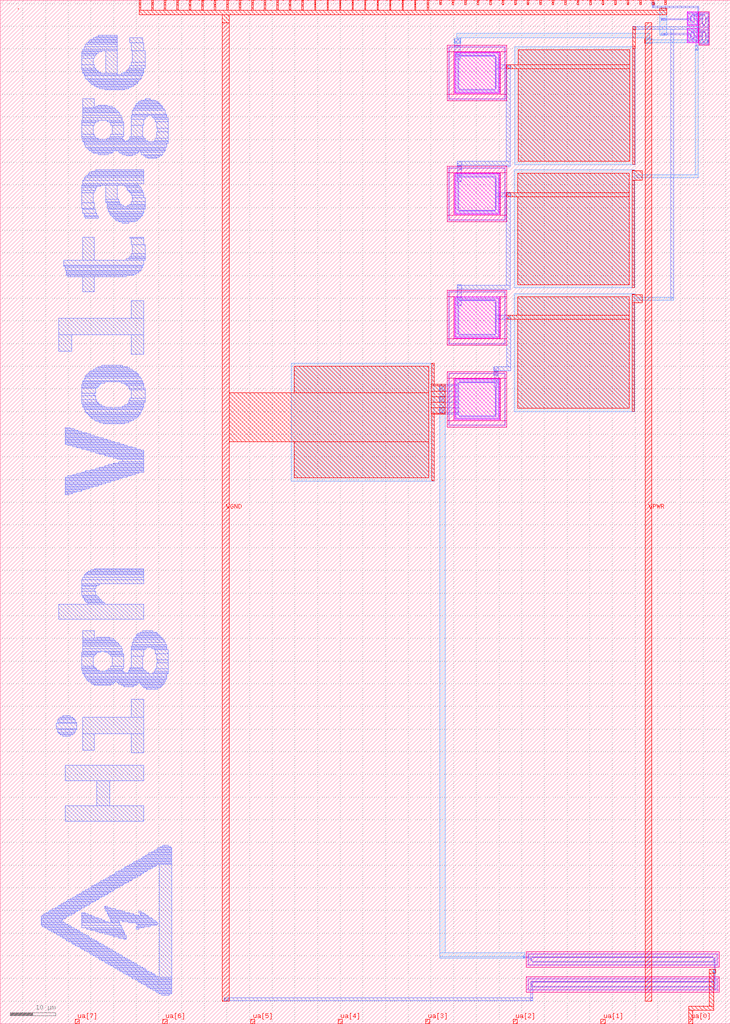
<source format=lef>
VERSION 5.7 ;
  NOWIREEXTENSIONATPIN ON ;
  DIVIDERCHAR "/" ;
  BUSBITCHARS "[]" ;
MACRO tt_um_urish_charge_pump
  CLASS BLOCK ;
  FOREIGN tt_um_urish_charge_pump ;
  ORIGIN 0.000 0.000 ;
  SIZE 161.000 BY 225.760 ;
  PIN clk
    DIRECTION INPUT ;
    USE SIGNAL ;
    ANTENNAGATEAREA 1.125000 ;
    PORT
      LAYER met4 ;
        RECT 143.830 224.760 144.130 225.760 ;
    END
  END clk
  PIN ena
    DIRECTION INPUT ;
    USE SIGNAL ;
    PORT
      LAYER met4 ;
        RECT 146.590 224.760 146.890 225.760 ;
    END
  END ena
  PIN rst_n
    DIRECTION INPUT ;
    USE SIGNAL ;
    PORT
      LAYER met4 ;
        RECT 141.070 224.760 141.370 225.760 ;
    END
  END rst_n
  PIN ua[0]
    DIRECTION INOUT ;
    USE SIGNAL ;
    ANTENNAGATEAREA 16.799999 ;
    ANTENNADIFFAREA 25.804199 ;
    PORT
      LAYER met4 ;
        RECT 151.810 0.000 152.710 1.000 ;
    END
  END ua[0]
  PIN ua[1]
    DIRECTION INOUT ;
    USE SIGNAL ;
    PORT
      LAYER met4 ;
        RECT 132.490 0.000 133.390 1.000 ;
    END
  END ua[1]
  PIN ua[2]
    DIRECTION INOUT ;
    USE SIGNAL ;
    PORT
      LAYER met4 ;
        RECT 113.170 0.000 114.070 1.000 ;
    END
  END ua[2]
  PIN ua[3]
    DIRECTION INOUT ;
    USE SIGNAL ;
    PORT
      LAYER met4 ;
        RECT 93.850 0.000 94.750 1.000 ;
    END
  END ua[3]
  PIN ua[4]
    DIRECTION INOUT ;
    USE SIGNAL ;
    PORT
      LAYER met4 ;
        RECT 74.530 0.000 75.430 1.000 ;
    END
  END ua[4]
  PIN ua[5]
    DIRECTION INOUT ;
    USE SIGNAL ;
    PORT
      LAYER met4 ;
        RECT 55.210 0.000 56.110 1.000 ;
    END
  END ua[5]
  PIN ua[6]
    DIRECTION INOUT ;
    USE SIGNAL ;
    PORT
      LAYER met4 ;
        RECT 35.890 0.000 36.790 1.000 ;
    END
  END ua[6]
  PIN ua[7]
    DIRECTION INOUT ;
    USE SIGNAL ;
    PORT
      LAYER met4 ;
        RECT 16.570 0.000 17.470 1.000 ;
    END
  END ua[7]
  PIN ui_in[0]
    DIRECTION INPUT ;
    USE SIGNAL ;
    PORT
      LAYER met4 ;
        RECT 138.310 224.760 138.610 225.760 ;
    END
  END ui_in[0]
  PIN ui_in[1]
    DIRECTION INPUT ;
    USE SIGNAL ;
    PORT
      LAYER met4 ;
        RECT 135.550 224.760 135.850 225.760 ;
    END
  END ui_in[1]
  PIN ui_in[2]
    DIRECTION INPUT ;
    USE SIGNAL ;
    PORT
      LAYER met4 ;
        RECT 132.790 224.760 133.090 225.760 ;
    END
  END ui_in[2]
  PIN ui_in[3]
    DIRECTION INPUT ;
    USE SIGNAL ;
    PORT
      LAYER met4 ;
        RECT 130.030 224.760 130.330 225.760 ;
    END
  END ui_in[3]
  PIN ui_in[4]
    DIRECTION INPUT ;
    USE SIGNAL ;
    PORT
      LAYER met4 ;
        RECT 127.270 224.760 127.570 225.760 ;
    END
  END ui_in[4]
  PIN ui_in[5]
    DIRECTION INPUT ;
    USE SIGNAL ;
    PORT
      LAYER met4 ;
        RECT 124.510 224.760 124.810 225.760 ;
    END
  END ui_in[5]
  PIN ui_in[6]
    DIRECTION INPUT ;
    USE SIGNAL ;
    PORT
      LAYER met4 ;
        RECT 121.750 224.760 122.050 225.760 ;
    END
  END ui_in[6]
  PIN ui_in[7]
    DIRECTION INPUT ;
    USE SIGNAL ;
    PORT
      LAYER met4 ;
        RECT 118.990 224.760 119.290 225.760 ;
    END
  END ui_in[7]
  PIN uio_in[0]
    DIRECTION INPUT ;
    USE SIGNAL ;
    PORT
      LAYER met4 ;
        RECT 116.230 224.760 116.530 225.760 ;
    END
  END uio_in[0]
  PIN uio_in[1]
    DIRECTION INPUT ;
    USE SIGNAL ;
    PORT
      LAYER met4 ;
        RECT 113.470 224.760 113.770 225.760 ;
    END
  END uio_in[1]
  PIN uio_in[2]
    DIRECTION INPUT ;
    USE SIGNAL ;
    PORT
      LAYER met4 ;
        RECT 110.710 224.760 111.010 225.760 ;
    END
  END uio_in[2]
  PIN uio_in[3]
    DIRECTION INPUT ;
    USE SIGNAL ;
    PORT
      LAYER met4 ;
        RECT 107.950 224.760 108.250 225.760 ;
    END
  END uio_in[3]
  PIN uio_in[4]
    DIRECTION INPUT ;
    USE SIGNAL ;
    PORT
      LAYER met4 ;
        RECT 105.190 224.760 105.490 225.760 ;
    END
  END uio_in[4]
  PIN uio_in[5]
    DIRECTION INPUT ;
    USE SIGNAL ;
    PORT
      LAYER met4 ;
        RECT 102.430 224.760 102.730 225.760 ;
    END
  END uio_in[5]
  PIN uio_in[6]
    DIRECTION INPUT ;
    USE SIGNAL ;
    PORT
      LAYER met4 ;
        RECT 99.670 224.760 99.970 225.760 ;
    END
  END uio_in[6]
  PIN uio_in[7]
    DIRECTION INPUT ;
    USE SIGNAL ;
    PORT
      LAYER met4 ;
        RECT 96.910 224.760 97.210 225.760 ;
    END
  END uio_in[7]
  PIN uio_oe[0]
    DIRECTION OUTPUT ;
    USE SIGNAL ;
    ANTENNAGATEAREA 16.799999 ;
    ANTENNADIFFAREA 3.727800 ;
    PORT
      LAYER met4 ;
        RECT 49.990 224.760 50.290 225.760 ;
    END
  END uio_oe[0]
  PIN uio_oe[1]
    DIRECTION OUTPUT ;
    USE SIGNAL ;
    ANTENNAGATEAREA 16.799999 ;
    ANTENNADIFFAREA 3.727800 ;
    PORT
      LAYER met4 ;
        RECT 47.230 224.760 47.530 225.760 ;
    END
  END uio_oe[1]
  PIN uio_oe[2]
    DIRECTION OUTPUT ;
    USE SIGNAL ;
    ANTENNAGATEAREA 16.799999 ;
    ANTENNADIFFAREA 3.727800 ;
    PORT
      LAYER met4 ;
        RECT 44.470 224.760 44.770 225.760 ;
    END
  END uio_oe[2]
  PIN uio_oe[3]
    DIRECTION OUTPUT ;
    USE SIGNAL ;
    ANTENNAGATEAREA 16.799999 ;
    ANTENNADIFFAREA 3.727800 ;
    PORT
      LAYER met4 ;
        RECT 41.710 224.760 42.010 225.760 ;
    END
  END uio_oe[3]
  PIN uio_oe[4]
    DIRECTION OUTPUT ;
    USE SIGNAL ;
    ANTENNAGATEAREA 16.799999 ;
    ANTENNADIFFAREA 3.727800 ;
    PORT
      LAYER met4 ;
        RECT 38.950 224.760 39.250 225.760 ;
    END
  END uio_oe[4]
  PIN uio_oe[5]
    DIRECTION OUTPUT ;
    USE SIGNAL ;
    ANTENNAGATEAREA 16.799999 ;
    ANTENNADIFFAREA 3.727800 ;
    PORT
      LAYER met4 ;
        RECT 36.190 224.760 36.490 225.760 ;
    END
  END uio_oe[5]
  PIN uio_oe[6]
    DIRECTION OUTPUT ;
    USE SIGNAL ;
    ANTENNAGATEAREA 16.799999 ;
    ANTENNADIFFAREA 3.727800 ;
    PORT
      LAYER met4 ;
        RECT 33.430 224.760 33.730 225.760 ;
    END
  END uio_oe[6]
  PIN uio_oe[7]
    DIRECTION OUTPUT ;
    USE SIGNAL ;
    ANTENNAGATEAREA 16.799999 ;
    ANTENNADIFFAREA 3.727800 ;
    PORT
      LAYER met4 ;
        RECT 30.670 224.760 30.970 225.760 ;
    END
  END uio_oe[7]
  PIN uio_out[0]
    DIRECTION OUTPUT ;
    USE SIGNAL ;
    ANTENNAGATEAREA 16.799999 ;
    ANTENNADIFFAREA 3.727800 ;
    PORT
      LAYER met4 ;
        RECT 72.070 224.760 72.370 225.760 ;
    END
  END uio_out[0]
  PIN uio_out[1]
    DIRECTION OUTPUT ;
    USE SIGNAL ;
    ANTENNAGATEAREA 16.799999 ;
    ANTENNADIFFAREA 3.727800 ;
    PORT
      LAYER met4 ;
        RECT 69.310 224.760 69.610 225.760 ;
    END
  END uio_out[1]
  PIN uio_out[2]
    DIRECTION OUTPUT ;
    USE SIGNAL ;
    ANTENNAGATEAREA 16.799999 ;
    ANTENNADIFFAREA 3.727800 ;
    PORT
      LAYER met4 ;
        RECT 66.550 224.760 66.850 225.760 ;
    END
  END uio_out[2]
  PIN uio_out[3]
    DIRECTION OUTPUT ;
    USE SIGNAL ;
    ANTENNAGATEAREA 16.799999 ;
    ANTENNADIFFAREA 3.727800 ;
    PORT
      LAYER met4 ;
        RECT 63.790 224.760 64.090 225.760 ;
    END
  END uio_out[3]
  PIN uio_out[4]
    DIRECTION OUTPUT ;
    USE SIGNAL ;
    ANTENNAGATEAREA 16.799999 ;
    ANTENNADIFFAREA 3.727800 ;
    PORT
      LAYER met4 ;
        RECT 61.030 224.760 61.330 225.760 ;
    END
  END uio_out[4]
  PIN uio_out[5]
    DIRECTION OUTPUT ;
    USE SIGNAL ;
    ANTENNAGATEAREA 16.799999 ;
    ANTENNADIFFAREA 3.727800 ;
    PORT
      LAYER met4 ;
        RECT 58.270 224.760 58.570 225.760 ;
    END
  END uio_out[5]
  PIN uio_out[6]
    DIRECTION OUTPUT ;
    USE SIGNAL ;
    ANTENNAGATEAREA 16.799999 ;
    ANTENNADIFFAREA 3.727800 ;
    PORT
      LAYER met4 ;
        RECT 55.510 224.760 55.810 225.760 ;
    END
  END uio_out[6]
  PIN uio_out[7]
    DIRECTION OUTPUT ;
    USE SIGNAL ;
    ANTENNAGATEAREA 16.799999 ;
    ANTENNADIFFAREA 3.727800 ;
    PORT
      LAYER met4 ;
        RECT 52.750 224.760 53.050 225.760 ;
    END
  END uio_out[7]
  PIN uo_out[0]
    DIRECTION OUTPUT ;
    USE SIGNAL ;
    ANTENNAGATEAREA 16.799999 ;
    ANTENNADIFFAREA 3.727800 ;
    PORT
      LAYER met4 ;
        RECT 94.150 224.760 94.450 225.760 ;
    END
  END uo_out[0]
  PIN uo_out[1]
    DIRECTION OUTPUT ;
    USE SIGNAL ;
    ANTENNAGATEAREA 16.799999 ;
    ANTENNADIFFAREA 3.727800 ;
    PORT
      LAYER met4 ;
        RECT 91.390 224.760 91.690 225.760 ;
    END
  END uo_out[1]
  PIN uo_out[2]
    DIRECTION OUTPUT ;
    USE SIGNAL ;
    ANTENNAGATEAREA 16.799999 ;
    ANTENNADIFFAREA 3.727800 ;
    PORT
      LAYER met4 ;
        RECT 88.630 224.760 88.930 225.760 ;
    END
  END uo_out[2]
  PIN uo_out[3]
    DIRECTION OUTPUT ;
    USE SIGNAL ;
    ANTENNAGATEAREA 16.799999 ;
    ANTENNADIFFAREA 3.727800 ;
    PORT
      LAYER met4 ;
        RECT 85.870 224.760 86.170 225.760 ;
    END
  END uo_out[3]
  PIN uo_out[4]
    DIRECTION OUTPUT ;
    USE SIGNAL ;
    ANTENNAGATEAREA 16.799999 ;
    ANTENNADIFFAREA 3.727800 ;
    PORT
      LAYER met4 ;
        RECT 83.110 224.760 83.410 225.760 ;
    END
  END uo_out[4]
  PIN uo_out[5]
    DIRECTION OUTPUT ;
    USE SIGNAL ;
    ANTENNAGATEAREA 16.799999 ;
    ANTENNADIFFAREA 3.727800 ;
    PORT
      LAYER met4 ;
        RECT 80.350 224.760 80.650 225.760 ;
    END
  END uo_out[5]
  PIN uo_out[6]
    DIRECTION OUTPUT ;
    USE SIGNAL ;
    ANTENNAGATEAREA 16.799999 ;
    ANTENNADIFFAREA 3.727800 ;
    PORT
      LAYER met4 ;
        RECT 77.590 224.760 77.890 225.760 ;
    END
  END uo_out[6]
  PIN uo_out[7]
    DIRECTION OUTPUT ;
    USE SIGNAL ;
    ANTENNAGATEAREA 16.799999 ;
    ANTENNADIFFAREA 3.727800 ;
    PORT
      LAYER met4 ;
        RECT 74.830 224.760 75.130 225.760 ;
    END
  END uo_out[7]
  PIN VPWR
    DIRECTION INOUT ;
    USE POWER ;
    PORT
      LAYER met4 ;
        RECT 142.200 5.000 143.700 220.760 ;
    END
  END VPWR
  PIN VGND
    DIRECTION INOUT ;
    USE GROUND ;
    PORT
      LAYER met4 ;
        RECT 49.000 5.000 50.500 220.760 ;
    END
  END VGND
  OBS
      LAYER pwell ;
        RECT 151.500 220.100 153.910 223.200 ;
        RECT 151.500 216.410 153.910 219.510 ;
      LAYER nwell ;
        RECT 154.000 215.810 156.410 223.190 ;
        RECT 98.600 214.370 111.700 215.800 ;
        RECT 98.600 205.030 100.030 214.370 ;
      LAYER pwell ;
        RECT 100.200 205.200 110.160 214.300 ;
      LAYER nwell ;
        RECT 110.270 205.030 111.700 214.370 ;
        RECT 98.600 203.600 111.700 205.030 ;
        RECT 98.600 187.670 111.700 189.100 ;
        RECT 98.600 178.330 100.030 187.670 ;
      LAYER pwell ;
        RECT 100.200 178.500 110.160 187.600 ;
      LAYER nwell ;
        RECT 110.270 178.330 111.700 187.670 ;
        RECT 98.600 176.900 111.700 178.330 ;
        RECT 98.600 160.370 111.700 161.800 ;
        RECT 98.600 151.030 100.030 160.370 ;
      LAYER pwell ;
        RECT 100.200 151.200 110.160 160.300 ;
      LAYER nwell ;
        RECT 110.270 151.030 111.700 160.370 ;
        RECT 98.600 149.600 111.700 151.030 ;
        RECT 98.600 142.370 111.700 143.800 ;
        RECT 98.600 133.030 100.030 142.370 ;
      LAYER pwell ;
        RECT 100.200 133.200 110.160 142.300 ;
      LAYER nwell ;
        RECT 110.270 133.030 111.700 142.370 ;
        RECT 98.600 131.600 111.700 133.030 ;
        RECT 116.000 12.480 158.580 15.870 ;
        RECT 116.000 7.000 158.580 10.390 ;
      LAYER li1 ;
        RECT 151.680 222.850 153.730 223.020 ;
        RECT 151.680 220.450 151.850 222.850 ;
        RECT 152.480 222.340 152.930 222.510 ;
        RECT 152.250 221.130 152.420 222.170 ;
        RECT 152.990 221.130 153.160 222.170 ;
        RECT 152.480 220.790 152.930 220.960 ;
        RECT 153.560 220.450 153.730 222.850 ;
        RECT 151.680 220.280 153.730 220.450 ;
        RECT 154.180 222.840 156.230 223.010 ;
        RECT 154.180 219.850 154.350 222.840 ;
        RECT 154.980 222.330 155.430 222.500 ;
        RECT 154.750 220.575 154.920 222.115 ;
        RECT 155.490 220.575 155.660 222.115 ;
        RECT 154.980 220.190 155.430 220.360 ;
        RECT 156.060 219.850 156.230 222.840 ;
        RECT 154.180 219.680 156.230 219.850 ;
        RECT 151.680 219.160 153.730 219.330 ;
        RECT 151.680 216.760 151.850 219.160 ;
        RECT 152.480 218.650 152.930 218.820 ;
        RECT 152.250 217.440 152.420 218.480 ;
        RECT 152.990 217.440 153.160 218.480 ;
        RECT 152.480 217.100 152.930 217.270 ;
        RECT 153.560 216.760 153.730 219.160 ;
        RECT 151.680 216.590 153.730 216.760 ;
        RECT 154.180 219.150 156.230 219.320 ;
        RECT 154.180 216.160 154.350 219.150 ;
        RECT 154.980 218.640 155.430 218.810 ;
        RECT 154.750 216.885 154.920 218.425 ;
        RECT 155.490 216.885 155.660 218.425 ;
        RECT 154.980 216.500 155.430 216.670 ;
        RECT 156.060 216.160 156.230 219.150 ;
        RECT 154.180 215.990 156.230 216.160 ;
        RECT 100.200 215.515 101.400 215.700 ;
        RECT 98.885 215.345 111.415 215.515 ;
        RECT 98.885 204.055 99.055 215.345 ;
        RECT 100.800 214.120 101.400 214.200 ;
        RECT 100.380 213.950 109.980 214.120 ;
        RECT 100.380 205.550 100.550 213.950 ;
        RECT 100.800 213.900 101.400 213.950 ;
        RECT 101.180 213.440 109.180 213.610 ;
        RECT 100.950 206.230 101.120 213.270 ;
        RECT 109.240 206.230 109.410 213.270 ;
        RECT 101.180 205.890 109.180 206.060 ;
        RECT 109.810 205.550 109.980 213.950 ;
        RECT 100.380 205.380 109.980 205.550 ;
        RECT 111.245 204.055 111.415 215.345 ;
        RECT 98.885 203.885 111.415 204.055 ;
        RECT 100.800 188.815 101.700 189.000 ;
        RECT 98.885 188.645 111.415 188.815 ;
        RECT 98.885 177.355 99.055 188.645 ;
        RECT 100.800 188.400 101.700 188.645 ;
        RECT 100.800 187.420 101.700 187.500 ;
        RECT 100.380 187.250 109.980 187.420 ;
        RECT 100.380 178.850 100.550 187.250 ;
        RECT 100.800 187.200 101.700 187.250 ;
        RECT 101.180 186.740 109.180 186.910 ;
        RECT 100.950 179.530 101.120 186.570 ;
        RECT 109.240 179.530 109.410 186.570 ;
        RECT 101.180 179.190 109.180 179.360 ;
        RECT 109.810 178.850 109.980 187.250 ;
        RECT 100.380 178.680 109.980 178.850 ;
        RECT 111.245 177.355 111.415 188.645 ;
        RECT 98.885 177.185 111.415 177.355 ;
        RECT 98.885 161.345 111.415 161.515 ;
        RECT 98.885 150.055 99.055 161.345 ;
        RECT 100.800 160.120 101.700 160.200 ;
        RECT 100.380 159.950 109.980 160.120 ;
        RECT 100.380 151.550 100.550 159.950 ;
        RECT 100.800 159.900 101.700 159.950 ;
        RECT 101.180 159.440 109.180 159.610 ;
        RECT 100.950 152.230 101.120 159.270 ;
        RECT 109.240 152.230 109.410 159.270 ;
        RECT 101.180 151.890 109.180 152.060 ;
        RECT 109.810 151.550 109.980 159.950 ;
        RECT 100.380 151.380 109.980 151.550 ;
        RECT 111.245 150.055 111.415 161.345 ;
        RECT 98.885 149.885 111.415 150.055 ;
        RECT 108.900 143.515 109.800 143.700 ;
        RECT 98.885 143.345 111.415 143.515 ;
        RECT 98.885 132.055 99.055 143.345 ;
        RECT 108.900 143.100 109.800 143.345 ;
        RECT 108.900 142.120 109.500 142.200 ;
        RECT 100.380 141.950 109.980 142.120 ;
        RECT 100.380 133.550 100.550 141.950 ;
        RECT 108.900 141.900 109.500 141.950 ;
        RECT 101.180 141.440 109.180 141.610 ;
        RECT 100.950 134.230 101.120 141.270 ;
        RECT 109.240 134.230 109.410 141.270 ;
        RECT 101.180 133.890 109.180 134.060 ;
        RECT 109.810 133.550 109.980 141.950 ;
        RECT 100.380 133.380 109.980 133.550 ;
        RECT 111.245 132.055 111.415 143.345 ;
        RECT 98.885 131.885 111.415 132.055 ;
        RECT 116.390 15.310 158.190 15.480 ;
        RECT 116.390 14.740 116.560 15.310 ;
        RECT 116.380 14.510 116.560 14.740 ;
        RECT 117.290 14.620 157.290 14.790 ;
        RECT 116.390 13.040 116.560 14.510 ;
        RECT 117.060 13.945 117.230 14.405 ;
        RECT 157.350 13.945 157.520 14.405 ;
        RECT 117.290 13.560 157.290 13.730 ;
        RECT 158.020 13.040 158.190 15.310 ;
        RECT 116.390 12.870 158.190 13.040 ;
        RECT 116.390 9.830 158.190 10.000 ;
        RECT 116.390 7.560 116.560 9.830 ;
        RECT 117.290 9.140 157.290 9.310 ;
        RECT 117.060 8.465 117.230 8.925 ;
        RECT 157.350 8.465 157.520 8.925 ;
        RECT 117.290 8.080 157.290 8.250 ;
        RECT 158.020 7.560 158.190 9.830 ;
        RECT 116.390 7.390 158.190 7.560 ;
      LAYER met1 ;
        RECT 152.500 222.530 155.400 222.600 ;
        RECT 152.500 222.300 155.410 222.530 ;
        RECT 151.650 221.700 151.880 221.760 ;
        RECT 152.220 221.700 152.450 222.150 ;
        RECT 152.960 221.800 153.190 222.150 ;
        RECT 154.720 221.800 154.950 222.095 ;
        RECT 155.460 221.800 155.690 222.095 ;
        RECT 156.000 221.800 156.300 222.600 ;
        RECT 145.750 221.400 152.450 221.700 ;
        RECT 152.900 221.500 155.000 221.800 ;
        RECT 155.460 221.500 156.300 221.800 ;
        RECT 151.650 221.340 151.880 221.400 ;
        RECT 152.220 221.150 152.450 221.400 ;
        RECT 152.960 221.150 153.190 221.500 ;
        RECT 152.500 220.760 152.910 220.990 ;
        RECT 153.800 219.900 154.100 221.500 ;
        RECT 154.720 220.595 154.950 221.500 ;
        RECT 155.460 220.595 155.690 221.500 ;
        RECT 155.000 220.160 155.410 220.390 ;
        RECT 153.750 219.600 154.150 219.900 ;
        RECT 153.800 218.900 154.100 219.600 ;
        RECT 152.400 218.600 155.500 218.900 ;
        RECT 151.650 218.400 151.880 218.460 ;
        RECT 152.220 218.400 152.450 218.460 ;
        RECT 145.750 218.100 152.450 218.400 ;
        RECT 151.650 218.040 151.880 218.100 ;
        RECT 152.220 217.460 152.450 218.100 ;
        RECT 152.960 218.000 153.190 218.460 ;
        RECT 154.720 218.000 154.950 218.405 ;
        RECT 152.960 217.700 154.950 218.000 ;
        RECT 152.960 217.460 153.190 217.700 ;
        RECT 100.150 216.300 101.450 217.200 ;
        RECT 152.500 217.070 152.910 217.300 ;
        RECT 100.200 215.730 101.400 216.300 ;
        RECT 100.140 215.370 101.460 215.730 ;
        RECT 153.400 215.700 153.700 217.700 ;
        RECT 154.720 216.905 154.950 217.700 ;
        RECT 155.460 218.000 155.690 218.405 ;
        RECT 156.000 218.000 156.300 221.500 ;
        RECT 155.460 217.700 156.300 218.000 ;
        RECT 155.460 216.905 155.690 217.700 ;
        RECT 156.000 217.000 156.300 217.700 ;
        RECT 155.000 216.470 155.410 216.700 ;
        RECT 155.950 216.400 156.350 217.000 ;
        RECT 100.200 214.230 101.400 215.370 ;
        RECT 153.250 214.800 153.950 215.700 ;
        RECT 100.200 213.870 101.460 214.230 ;
        RECT 100.200 213.640 101.400 213.870 ;
        RECT 100.200 213.410 109.160 213.640 ;
        RECT 100.200 212.700 101.400 213.410 ;
        RECT 100.920 206.250 101.150 212.700 ;
        RECT 109.210 211.500 109.440 213.250 ;
        RECT 109.200 210.600 112.550 211.500 ;
        RECT 109.210 206.250 109.440 210.600 ;
        RECT 101.200 205.860 109.160 206.090 ;
        RECT 100.750 189.300 101.750 190.200 ;
        RECT 100.800 189.030 101.700 189.300 ;
        RECT 100.740 188.370 101.760 189.030 ;
        RECT 100.800 187.530 101.700 188.370 ;
        RECT 100.740 187.170 101.760 187.530 ;
        RECT 100.800 186.940 101.700 187.170 ;
        RECT 100.800 186.710 109.160 186.940 ;
        RECT 100.800 185.700 101.700 186.710 ;
        RECT 100.920 179.550 101.150 185.700 ;
        RECT 109.210 183.300 109.440 186.550 ;
        RECT 109.200 182.400 112.550 183.300 ;
        RECT 109.210 179.550 109.440 182.400 ;
        RECT 101.200 179.160 109.160 179.390 ;
        RECT 100.750 162.000 101.750 162.900 ;
        RECT 100.800 160.230 101.700 162.000 ;
        RECT 100.740 159.870 101.760 160.230 ;
        RECT 100.800 159.640 101.700 159.870 ;
        RECT 100.800 159.410 109.160 159.640 ;
        RECT 100.800 158.400 101.700 159.410 ;
        RECT 100.920 152.250 101.150 158.400 ;
        RECT 109.210 156.300 109.440 159.250 ;
        RECT 109.200 155.400 112.570 156.300 ;
        RECT 109.210 152.250 109.440 155.400 ;
        RECT 101.200 151.860 109.160 152.090 ;
        RECT 108.850 144.000 109.850 144.900 ;
        RECT 108.900 143.730 109.800 144.000 ;
        RECT 108.840 143.070 109.860 143.730 ;
        RECT 108.900 142.230 109.800 143.070 ;
        RECT 108.840 141.870 109.800 142.230 ;
        RECT 108.900 141.640 109.800 141.870 ;
        RECT 101.200 141.410 109.800 141.640 ;
        RECT 100.920 141.000 101.150 141.250 ;
        RECT 96.900 140.700 101.150 141.000 ;
        RECT 96.850 139.500 101.150 140.700 ;
        RECT 108.900 140.400 109.800 141.410 ;
        RECT 96.900 138.300 101.150 139.500 ;
        RECT 96.850 137.100 101.150 138.300 ;
        RECT 96.900 135.900 101.150 137.100 ;
        RECT 96.850 134.700 101.150 135.900 ;
        RECT 96.900 134.400 101.150 134.700 ;
        RECT 100.920 134.250 101.150 134.400 ;
        RECT 109.210 134.250 109.440 140.400 ;
        RECT 101.200 133.860 109.160 134.090 ;
        RECT 115.300 14.740 115.680 14.800 ;
        RECT 116.350 14.740 116.590 14.800 ;
        RECT 115.300 14.510 117.145 14.740 ;
        RECT 117.310 14.590 157.270 14.820 ;
        RECT 115.300 14.490 115.680 14.510 ;
        RECT 116.350 14.450 116.590 14.510 ;
        RECT 116.915 14.385 117.145 14.510 ;
        RECT 157.450 14.385 157.650 14.510 ;
        RECT 116.915 13.965 117.260 14.385 ;
        RECT 157.320 13.965 157.650 14.385 ;
        RECT 157.450 13.760 157.650 13.965 ;
        RECT 117.310 13.530 157.650 13.760 ;
        RECT 157.450 11.960 157.650 13.530 ;
        RECT 157.300 11.230 157.740 11.960 ;
        RECT 157.450 10.030 157.650 11.230 ;
        RECT 157.390 9.800 157.710 10.030 ;
        RECT 117.310 9.320 157.270 9.340 ;
        RECT 116.970 9.110 157.270 9.320 ;
        RECT 116.970 8.280 117.480 9.110 ;
        RECT 157.450 8.905 157.650 9.800 ;
        RECT 157.320 8.485 157.650 8.905 ;
        RECT 116.970 8.050 157.270 8.280 ;
        RECT 116.970 5.660 117.480 8.050 ;
        RECT 157.450 7.590 157.650 8.485 ;
        RECT 157.390 7.360 157.710 7.590 ;
        RECT 116.970 5.160 117.490 5.660 ;
        RECT 116.970 5.100 117.480 5.160 ;
      LAYER met2 ;
        RECT 143.750 224.660 144.250 225.260 ;
        RECT 143.850 224.410 144.150 224.660 ;
        RECT 143.850 224.110 154.100 224.410 ;
        RECT 153.800 222.250 154.100 224.110 ;
        RECT 145.800 221.350 146.700 221.750 ;
        RECT 139.500 219.900 140.100 219.950 ;
        RECT 153.800 219.900 154.100 219.950 ;
        RECT 139.500 219.300 154.200 219.900 ;
        RECT 139.500 219.250 140.100 219.300 ;
        RECT 145.800 218.050 146.700 218.450 ;
        RECT 21.600 217.710 25.800 217.990 ;
        RECT 21.040 217.430 25.800 217.710 ;
        RECT 20.480 217.150 25.800 217.430 ;
        RECT 19.920 216.870 25.800 217.150 ;
        RECT 19.640 216.590 25.800 216.870 ;
        RECT 19.360 216.310 25.800 216.590 ;
        RECT 28.600 216.310 31.400 217.430 ;
        RECT 19.080 216.030 25.800 216.310 ;
        RECT 18.800 215.470 25.800 216.030 ;
        RECT 18.520 214.910 25.800 215.470 ;
        RECT 18.240 214.630 25.800 214.910 ;
        RECT 28.880 214.630 31.680 216.310 ;
        RECT 100.200 216.250 101.400 217.250 ;
        RECT 18.240 214.350 22.440 214.630 ;
        RECT 17.960 214.070 21.600 214.350 ;
        RECT 17.960 213.790 21.320 214.070 ;
        RECT 17.960 213.510 21.040 213.790 ;
        RECT 17.960 212.950 20.760 213.510 ;
        RECT 17.960 211.550 20.480 212.950 ;
        RECT 17.960 210.710 20.760 211.550 ;
        RECT 17.960 210.430 21.040 210.710 ;
        RECT 18.240 210.150 21.320 210.430 ;
        RECT 18.240 209.870 21.600 210.150 ;
        RECT 18.240 209.590 22.160 209.870 ;
        RECT 23.280 209.590 25.800 214.630 ;
        RECT 29.160 212.110 31.960 214.630 ;
        RECT 28.880 211.270 31.960 212.110 ;
        RECT 28.600 210.710 31.960 211.270 ;
        RECT 28.320 210.430 31.680 210.710 ;
        RECT 28.040 210.150 31.680 210.430 ;
        RECT 27.760 209.870 31.680 210.150 ;
        RECT 27.200 209.590 31.680 209.870 ;
        RECT 18.520 209.310 25.800 209.590 ;
        RECT 26.640 209.310 31.400 209.590 ;
        RECT 18.520 209.030 31.400 209.310 ;
        RECT 18.800 208.470 31.120 209.030 ;
        RECT 19.080 208.190 30.840 208.470 ;
        RECT 19.360 207.910 30.560 208.190 ;
        RECT 19.640 207.630 30.280 207.910 ;
        RECT 19.920 207.350 30.280 207.630 ;
        RECT 20.200 207.070 29.720 207.350 ;
        RECT 20.760 206.790 29.440 207.070 ;
        RECT 21.320 206.510 28.880 206.790 ;
        RECT 21.880 206.230 28.320 206.510 ;
        RECT 23.000 205.950 27.480 206.230 ;
        RECT 18.240 202.030 20.760 203.990 ;
        RECT 31.960 203.710 33.080 203.990 ;
        RECT 31.120 203.430 34.200 203.710 ;
        RECT 30.560 203.150 34.760 203.430 ;
        RECT 30.280 202.870 35.040 203.150 ;
        RECT 30.000 202.590 35.320 202.870 ;
        RECT 21.600 202.310 23.560 202.590 ;
        RECT 29.720 202.310 35.600 202.590 ;
        RECT 21.040 202.030 24.680 202.310 ;
        RECT 29.720 202.030 35.880 202.310 ;
        RECT 18.240 201.750 25.240 202.030 ;
        RECT 29.440 201.750 35.880 202.030 ;
        RECT 18.240 201.470 25.520 201.750 ;
        RECT 29.440 201.470 36.160 201.750 ;
        RECT 18.240 201.190 25.800 201.470 ;
        RECT 18.240 200.910 26.080 201.190 ;
        RECT 18.240 200.350 26.360 200.910 ;
        RECT 29.160 200.630 36.440 201.470 ;
        RECT 29.160 200.350 36.720 200.630 ;
        RECT 18.240 199.790 26.640 200.350 ;
        RECT 28.880 200.070 32.520 200.350 ;
        RECT 33.360 200.070 36.720 200.350 ;
        RECT 18.240 199.230 26.920 199.790 ;
        RECT 17.960 198.950 21.600 199.230 ;
        RECT 23.560 198.950 26.920 199.230 ;
        RECT 28.880 199.510 31.960 200.070 ;
        RECT 33.640 199.790 36.720 200.070 ;
        RECT 33.920 199.510 37.000 199.790 ;
        RECT 17.960 198.670 21.040 198.950 ;
        RECT 24.120 198.670 27.200 198.950 ;
        RECT 17.960 198.110 20.760 198.670 ;
        RECT 24.400 198.110 27.200 198.670 ;
        RECT 17.960 196.150 20.480 198.110 ;
        RECT 24.680 196.150 27.200 198.110 ;
        RECT 17.960 195.590 20.760 196.150 ;
        RECT 24.400 195.590 27.200 196.150 ;
        RECT 28.880 198.110 31.680 199.510 ;
        RECT 34.200 198.950 37.000 199.510 ;
        RECT 28.880 195.590 31.400 198.110 ;
        RECT 34.480 197.550 37.000 198.950 ;
        RECT 34.760 196.710 37.000 197.550 ;
        RECT 17.960 195.310 21.040 195.590 ;
        RECT 24.120 195.310 26.920 195.590 ;
        RECT 18.240 195.030 21.600 195.310 ;
        RECT 23.560 195.030 26.920 195.310 ;
        RECT 28.600 195.310 31.680 195.590 ;
        RECT 34.480 195.310 37.000 196.710 ;
        RECT 28.600 195.030 31.960 195.310 ;
        RECT 18.240 194.750 27.200 195.030 ;
        RECT 28.320 194.750 31.960 195.030 ;
        RECT 34.200 194.750 37.000 195.310 ;
        RECT 18.240 194.470 27.480 194.750 ;
        RECT 27.760 194.470 32.520 194.750 ;
        RECT 33.920 194.470 37.000 194.750 ;
        RECT 18.520 194.190 37.000 194.470 ;
        RECT 18.520 193.910 36.720 194.190 ;
        RECT 18.800 193.350 36.720 193.910 ;
        RECT 19.080 193.070 36.440 193.350 ;
        RECT 19.360 192.790 36.440 193.070 ;
        RECT 19.640 192.510 36.440 192.790 ;
        RECT 20.200 192.230 24.960 192.510 ;
        RECT 26.080 192.230 30.560 192.510 ;
        RECT 30.840 192.230 36.160 192.510 ;
        RECT 20.480 191.950 24.680 192.230 ;
        RECT 26.360 191.950 30.280 192.230 ;
        RECT 21.600 191.670 23.840 191.950 ;
        RECT 26.920 191.670 29.720 191.950 ;
        RECT 31.120 191.670 35.880 192.230 ;
        RECT 27.760 191.390 29.160 191.670 ;
        RECT 31.680 191.390 35.600 191.670 ;
        RECT 31.960 191.110 35.040 191.390 ;
        RECT 32.520 190.830 34.480 191.110 ;
        RECT 100.800 190.200 101.700 190.250 ;
        RECT 111.600 190.200 112.500 211.550 ;
        RECT 100.800 189.300 112.500 190.200 ;
        RECT 100.800 189.250 101.700 189.300 ;
        RECT 111.600 189.000 112.500 189.300 ;
        RECT 21.040 188.030 31.680 188.310 ;
        RECT 20.200 187.750 31.680 188.030 ;
        RECT 19.640 187.470 31.680 187.750 ;
        RECT 19.360 187.190 31.680 187.470 ;
        RECT 19.080 186.910 31.680 187.190 ;
        RECT 18.800 186.630 31.680 186.910 ;
        RECT 18.520 186.070 31.680 186.630 ;
        RECT 18.240 185.230 31.680 186.070 ;
        RECT 18.240 184.950 30.280 185.230 ;
        RECT 17.960 184.670 22.160 184.950 ;
        RECT 17.960 184.390 21.320 184.670 ;
        RECT 17.960 183.830 21.040 184.390 ;
        RECT 17.960 183.270 20.760 183.830 ;
        RECT 17.960 181.030 20.480 183.270 ;
        RECT 23.280 181.870 25.800 184.950 ;
        RECT 27.480 184.670 30.560 184.950 ;
        RECT 27.760 184.390 30.840 184.670 ;
        RECT 28.040 183.830 31.120 184.390 ;
        RECT 28.320 183.550 31.400 183.830 ;
        RECT 28.600 183.270 31.400 183.550 ;
        RECT 28.880 182.710 31.680 183.270 ;
        RECT 29.160 182.150 31.680 182.710 ;
        RECT 23.280 181.310 26.080 181.870 ;
        RECT 29.160 181.310 31.960 182.150 ;
        RECT 23.280 181.030 26.360 181.310 ;
        RECT 17.960 179.910 20.760 181.030 ;
        RECT 23.560 180.750 26.360 181.030 ;
        RECT 28.880 180.750 31.960 181.310 ;
        RECT 23.560 180.470 26.640 180.750 ;
        RECT 28.600 180.470 31.960 180.750 ;
        RECT 23.560 180.190 27.200 180.470 ;
        RECT 28.040 180.190 31.960 180.470 ;
        RECT 23.560 179.910 31.960 180.190 ;
        RECT 18.240 179.630 20.760 179.910 ;
        RECT 23.840 179.630 31.960 179.910 ;
        RECT 18.240 178.790 21.040 179.630 ;
        RECT 23.840 179.070 31.680 179.630 ;
        RECT 24.120 178.790 31.680 179.070 ;
        RECT 18.520 178.230 21.320 178.790 ;
        RECT 24.120 178.510 31.400 178.790 ;
        RECT 24.400 178.230 31.400 178.510 ;
        RECT 18.520 177.950 21.600 178.230 ;
        RECT 24.680 177.950 31.120 178.230 ;
        RECT 18.800 177.670 21.600 177.950 ;
        RECT 24.960 177.670 30.840 177.950 ;
        RECT 25.240 177.390 30.560 177.670 ;
        RECT 25.520 177.110 30.280 177.390 ;
        RECT 26.080 176.830 29.720 177.110 ;
        RECT 26.920 176.550 28.320 176.830 ;
        RECT 18.240 168.430 20.760 173.470 ;
        RECT 28.600 173.190 31.680 173.470 ;
        RECT 28.880 171.790 31.680 173.190 ;
        RECT 29.160 169.830 31.960 171.790 ;
        RECT 28.880 169.270 31.960 169.830 ;
        RECT 28.600 168.990 31.960 169.270 ;
        RECT 28.320 168.710 31.960 168.990 ;
        RECT 27.760 168.430 31.960 168.710 ;
        RECT 14.040 167.310 31.680 168.430 ;
        RECT 14.040 167.030 31.400 167.310 ;
        RECT 14.320 166.750 31.400 167.030 ;
        RECT 14.320 166.190 31.120 166.750 ;
        RECT 14.600 165.910 30.840 166.190 ;
        RECT 14.600 165.630 30.560 165.910 ;
        RECT 14.600 165.350 30.000 165.630 ;
        RECT 14.600 165.070 29.440 165.350 ;
        RECT 14.880 164.790 27.760 165.070 ;
        RECT 18.240 161.430 20.760 164.790 ;
        RECT 100.800 162.900 101.700 162.950 ;
        RECT 111.600 162.900 112.500 183.350 ;
        RECT 100.800 162.000 112.500 162.900 ;
        RECT 100.800 161.950 101.700 162.000 ;
        RECT 147.900 159.550 148.500 219.300 ;
        RECT 156.000 216.350 156.300 217.050 ;
        RECT 153.300 214.750 153.900 215.750 ;
        RECT 28.880 155.550 31.680 159.470 ;
        RECT 12.920 151.910 31.680 155.550 ;
        RECT 12.920 148.270 15.720 151.910 ;
        RECT 28.880 147.710 31.680 151.910 ;
        RECT 22.440 144.910 26.920 145.190 ;
        RECT 21.600 144.630 28.040 144.910 ;
        RECT 108.900 144.900 109.800 144.950 ;
        RECT 111.680 144.900 112.580 156.280 ;
        RECT 21.040 144.350 28.600 144.630 ;
        RECT 20.480 144.070 29.160 144.350 ;
        RECT 19.920 143.790 29.440 144.070 ;
        RECT 108.900 144.000 112.580 144.900 ;
        RECT 108.900 143.950 109.800 144.000 ;
        RECT 19.640 143.510 30.000 143.790 ;
        RECT 19.360 143.230 30.280 143.510 ;
        RECT 19.080 142.950 30.560 143.230 ;
        RECT 18.800 142.670 30.560 142.950 ;
        RECT 18.800 142.390 30.840 142.670 ;
        RECT 18.520 141.830 31.120 142.390 ;
        RECT 18.240 141.550 31.400 141.830 ;
        RECT 18.240 141.270 23.000 141.550 ;
        RECT 26.640 141.270 31.400 141.550 ;
        RECT 18.240 140.990 22.160 141.270 ;
        RECT 27.480 140.990 31.680 141.270 ;
        RECT 17.960 140.710 21.880 140.990 ;
        RECT 27.760 140.710 31.680 140.990 ;
        RECT 17.960 140.430 21.600 140.710 ;
        RECT 17.960 140.150 21.320 140.430 ;
        RECT 28.320 140.150 31.680 140.710 ;
        RECT 17.960 139.030 21.040 140.150 ;
        RECT 28.600 139.870 31.960 140.150 ;
        RECT 17.960 138.470 20.760 139.030 ;
        RECT 17.960 137.630 21.040 138.470 ;
        RECT 28.880 137.910 31.960 139.870 ;
        RECT 96.900 139.450 98.100 140.750 ;
        RECT 17.960 137.070 21.320 137.630 ;
        RECT 28.600 137.350 31.960 137.910 ;
        RECT 28.320 137.070 31.960 137.350 ;
        RECT 17.960 136.790 21.600 137.070 ;
        RECT 28.320 136.790 31.680 137.070 ;
        RECT 96.900 137.050 98.100 138.350 ;
        RECT 18.240 136.510 21.880 136.790 ;
        RECT 28.040 136.510 31.680 136.790 ;
        RECT 18.240 136.230 22.440 136.510 ;
        RECT 27.480 136.230 31.680 136.510 ;
        RECT 18.240 135.950 23.000 136.230 ;
        RECT 26.920 135.950 31.680 136.230 ;
        RECT 18.520 135.670 24.680 135.950 ;
        RECT 25.240 135.670 31.400 135.950 ;
        RECT 18.520 135.390 31.400 135.670 ;
        RECT 18.800 134.830 31.120 135.390 ;
        RECT 19.080 134.550 30.840 134.830 ;
        RECT 96.900 134.650 98.100 135.950 ;
        RECT 19.360 134.270 30.840 134.550 ;
        RECT 19.640 133.990 30.560 134.270 ;
        RECT 19.920 133.710 30.280 133.990 ;
        RECT 20.200 133.430 30.000 133.710 ;
        RECT 20.760 133.150 29.440 133.430 ;
        RECT 21.040 132.870 28.880 133.150 ;
        RECT 21.880 132.590 28.320 132.870 ;
        RECT 22.720 132.310 27.480 132.590 ;
        RECT 14.320 131.190 15.440 131.470 ;
        RECT 14.320 130.910 16.280 131.190 ;
        RECT 14.320 130.630 17.120 130.910 ;
        RECT 14.320 130.350 17.960 130.630 ;
        RECT 14.320 130.070 19.080 130.350 ;
        RECT 14.320 129.790 19.920 130.070 ;
        RECT 14.320 129.510 20.760 129.790 ;
        RECT 14.320 129.230 21.600 129.510 ;
        RECT 14.320 128.950 22.720 129.230 ;
        RECT 14.320 128.670 23.560 128.950 ;
        RECT 14.320 128.390 24.400 128.670 ;
        RECT 14.320 128.110 25.240 128.390 ;
        RECT 14.320 127.830 26.360 128.110 ;
        RECT 14.880 127.550 27.200 127.830 ;
        RECT 16.000 127.270 28.040 127.550 ;
        RECT 16.840 126.990 29.160 127.270 ;
        RECT 17.960 126.710 30.000 126.990 ;
        RECT 19.080 126.430 30.840 126.710 ;
        RECT 19.920 126.150 31.680 126.430 ;
        RECT 21.040 125.870 31.680 126.150 ;
        RECT 21.880 125.590 31.680 125.870 ;
        RECT 23.000 125.310 31.680 125.590 ;
        RECT 23.840 125.030 31.680 125.310 ;
        RECT 24.960 124.750 31.680 125.030 ;
        RECT 25.800 124.470 31.680 124.750 ;
        RECT 26.920 123.910 31.680 124.470 ;
        RECT 26.080 123.630 31.680 123.910 ;
        RECT 24.960 123.350 31.680 123.630 ;
        RECT 23.840 123.070 31.680 123.350 ;
        RECT 23.000 122.790 31.680 123.070 ;
        RECT 21.880 122.510 31.680 122.790 ;
        RECT 21.040 122.230 31.680 122.510 ;
        RECT 19.920 121.950 31.680 122.230 ;
        RECT 18.800 121.670 31.680 121.950 ;
        RECT 17.960 121.390 30.560 121.670 ;
        RECT 16.840 121.110 29.720 121.390 ;
        RECT 16.000 120.830 28.880 121.110 ;
        RECT 14.880 120.550 28.040 120.830 ;
        RECT 14.320 120.270 26.920 120.550 ;
        RECT 14.320 119.990 26.080 120.270 ;
        RECT 14.320 119.710 25.240 119.990 ;
        RECT 14.320 119.430 24.400 119.710 ;
        RECT 14.320 119.150 23.280 119.430 ;
        RECT 14.320 118.870 22.440 119.150 ;
        RECT 14.320 118.590 21.600 118.870 ;
        RECT 14.320 118.310 20.480 118.590 ;
        RECT 14.320 118.030 19.640 118.310 ;
        RECT 14.320 117.750 18.800 118.030 ;
        RECT 14.320 117.470 17.960 117.750 ;
        RECT 14.320 117.190 16.840 117.470 ;
        RECT 14.320 116.910 16.000 117.190 ;
        RECT 14.320 116.630 15.160 116.910 ;
        RECT 20.760 100.110 31.680 100.390 ;
        RECT 19.920 99.830 31.680 100.110 ;
        RECT 19.360 99.550 31.680 99.830 ;
        RECT 19.080 99.270 31.680 99.550 ;
        RECT 18.800 98.990 31.680 99.270 ;
        RECT 18.520 98.430 31.680 98.990 ;
        RECT 18.240 97.870 31.680 98.430 ;
        RECT 17.960 97.030 31.680 97.870 ;
        RECT 17.960 96.750 21.880 97.030 ;
        RECT 17.960 96.470 21.320 96.750 ;
        RECT 17.960 95.910 21.040 96.470 ;
        RECT 17.960 95.350 20.760 95.910 ;
        RECT 17.960 94.510 21.040 95.350 ;
        RECT 18.240 94.230 21.320 94.510 ;
        RECT 18.240 93.950 21.600 94.230 ;
        RECT 18.520 93.670 21.880 93.950 ;
        RECT 18.520 93.390 22.160 93.670 ;
        RECT 18.800 93.110 22.440 93.390 ;
        RECT 19.080 92.830 22.720 93.110 ;
        RECT 19.360 92.550 23.000 92.830 ;
        RECT 12.920 89.190 31.680 92.550 ;
        RECT 18.240 84.990 20.760 86.670 ;
        RECT 31.400 86.390 33.640 86.670 ;
        RECT 30.840 86.110 34.480 86.390 ;
        RECT 30.280 85.830 34.760 86.110 ;
        RECT 30.000 85.550 35.040 85.830 ;
        RECT 30.000 85.270 35.320 85.550 ;
        RECT 21.320 84.990 24.120 85.270 ;
        RECT 29.720 84.990 35.600 85.270 ;
        RECT 18.240 84.710 24.960 84.990 ;
        RECT 29.440 84.710 35.880 84.990 ;
        RECT 18.240 84.430 25.240 84.710 ;
        RECT 18.240 84.150 25.520 84.430 ;
        RECT 29.440 84.150 36.160 84.710 ;
        RECT 18.240 83.870 25.800 84.150 ;
        RECT 18.240 83.590 26.080 83.870 ;
        RECT 29.160 83.590 36.440 84.150 ;
        RECT 18.240 83.310 26.360 83.590 ;
        RECT 29.160 83.310 36.720 83.590 ;
        RECT 18.240 82.750 26.640 83.310 ;
        RECT 28.880 83.030 36.720 83.310 ;
        RECT 28.880 82.750 32.240 83.030 ;
        RECT 33.360 82.750 36.720 83.030 ;
        RECT 18.240 82.190 26.920 82.750 ;
        RECT 18.240 81.910 22.160 82.190 ;
        RECT 23.000 81.910 26.920 82.190 ;
        RECT 17.960 81.630 21.320 81.910 ;
        RECT 23.840 81.630 26.920 81.910 ;
        RECT 28.880 82.470 31.960 82.750 ;
        RECT 33.920 82.470 36.720 82.750 ;
        RECT 17.960 81.350 21.040 81.630 ;
        RECT 24.120 81.350 27.200 81.630 ;
        RECT 17.960 81.070 20.760 81.350 ;
        RECT 24.400 81.070 27.200 81.350 ;
        RECT 17.960 78.830 20.480 81.070 ;
        RECT 24.680 78.830 27.200 81.070 ;
        RECT 17.960 78.550 20.760 78.830 ;
        RECT 17.960 78.270 21.040 78.550 ;
        RECT 24.400 78.270 27.200 78.830 ;
        RECT 28.880 81.070 31.680 82.470 ;
        RECT 34.200 81.630 37.000 82.470 ;
        RECT 28.880 78.550 31.400 81.070 ;
        RECT 34.480 80.230 37.000 81.630 ;
        RECT 34.760 79.670 37.000 80.230 ;
        RECT 28.600 78.270 31.400 78.550 ;
        RECT 34.480 78.270 37.000 79.670 ;
        RECT 17.960 77.990 21.320 78.270 ;
        RECT 23.840 77.990 26.920 78.270 ;
        RECT 28.600 77.990 31.680 78.270 ;
        RECT 18.240 77.710 21.880 77.990 ;
        RECT 23.280 77.710 26.920 77.990 ;
        RECT 28.320 77.710 31.960 77.990 ;
        RECT 34.200 77.710 37.000 78.270 ;
        RECT 18.240 77.430 27.200 77.710 ;
        RECT 28.320 77.430 32.240 77.710 ;
        RECT 33.920 77.430 37.000 77.710 ;
        RECT 18.240 77.150 32.800 77.430 ;
        RECT 33.640 77.150 37.000 77.430 ;
        RECT 18.520 76.590 36.720 77.150 ;
        RECT 18.800 76.310 36.720 76.590 ;
        RECT 19.080 76.030 36.720 76.310 ;
        RECT 19.080 75.750 36.440 76.030 ;
        RECT 19.360 75.470 36.440 75.750 ;
        RECT 19.920 75.190 25.240 75.470 ;
        RECT 25.800 75.190 36.160 75.470 ;
        RECT 20.200 74.910 24.960 75.190 ;
        RECT 26.080 74.910 30.280 75.190 ;
        RECT 30.840 74.910 36.160 75.190 ;
        RECT 20.760 74.630 24.400 74.910 ;
        RECT 26.640 74.630 30.000 74.910 ;
        RECT 31.120 74.630 35.880 74.910 ;
        RECT 27.200 74.350 29.440 74.630 ;
        RECT 31.400 74.350 35.600 74.630 ;
        RECT 31.680 74.070 35.320 74.350 ;
        RECT 32.240 73.790 34.760 74.070 ;
        RECT 13.760 67.630 15.440 67.910 ;
        RECT 28.880 67.630 31.680 71.550 ;
        RECT 13.200 67.350 16.000 67.630 ;
        RECT 12.920 67.070 16.280 67.350 ;
        RECT 12.640 66.510 16.560 67.070 ;
        RECT 12.640 66.230 16.840 66.510 ;
        RECT 12.360 65.110 16.840 66.230 ;
        RECT 12.640 64.830 16.840 65.110 ;
        RECT 12.640 64.270 16.560 64.830 ;
        RECT 12.920 63.990 16.280 64.270 ;
        RECT 18.240 63.990 31.680 67.630 ;
        RECT 13.200 63.710 16.000 63.990 ;
        RECT 13.760 63.430 15.440 63.710 ;
        RECT 18.240 60.350 20.760 63.990 ;
        RECT 28.880 59.790 31.680 63.990 ;
        RECT 14.320 53.630 31.680 56.990 ;
        RECT 21.320 48.030 24.120 53.630 ;
        RECT 14.320 44.670 31.680 48.030 ;
        RECT 35.880 39.070 37.000 39.350 ;
        RECT 35.320 38.790 37.560 39.070 ;
        RECT 34.760 38.510 37.840 38.790 ;
        RECT 34.480 38.230 37.840 38.510 ;
        RECT 33.920 37.950 37.840 38.230 ;
        RECT 33.360 37.670 37.840 37.950 ;
        RECT 32.800 37.390 37.840 37.670 ;
        RECT 32.520 37.110 37.840 37.390 ;
        RECT 31.960 36.830 37.840 37.110 ;
        RECT 31.400 36.550 37.840 36.830 ;
        RECT 31.120 36.270 37.840 36.550 ;
        RECT 30.560 35.990 37.840 36.270 ;
        RECT 30.000 35.710 37.840 35.990 ;
        RECT 29.440 35.430 37.840 35.710 ;
        RECT 29.160 35.150 37.840 35.430 ;
        RECT 28.600 34.870 34.480 35.150 ;
        RECT 28.040 34.590 34.200 34.870 ;
        RECT 27.480 34.310 33.640 34.590 ;
        RECT 27.200 34.030 33.080 34.310 ;
        RECT 26.640 33.750 32.520 34.030 ;
        RECT 26.080 33.470 32.240 33.750 ;
        RECT 25.520 33.190 31.680 33.470 ;
        RECT 25.240 32.910 31.120 33.190 ;
        RECT 24.680 32.630 30.840 32.910 ;
        RECT 24.120 32.350 30.280 32.630 ;
        RECT 23.840 32.070 29.720 32.350 ;
        RECT 23.280 31.790 29.160 32.070 ;
        RECT 22.720 31.510 28.880 31.790 ;
        RECT 22.160 31.230 28.320 31.510 ;
        RECT 21.880 30.950 27.760 31.230 ;
        RECT 21.320 30.670 27.200 30.950 ;
        RECT 20.760 30.390 26.920 30.670 ;
        RECT 20.200 30.110 26.360 30.390 ;
        RECT 19.920 29.830 25.800 30.110 ;
        RECT 19.360 29.550 25.240 29.830 ;
        RECT 18.800 29.270 24.960 29.550 ;
        RECT 18.240 28.990 24.400 29.270 ;
        RECT 17.960 28.710 23.840 28.990 ;
        RECT 17.400 28.430 23.560 28.710 ;
        RECT 16.840 28.150 23.000 28.430 ;
        RECT 16.560 27.870 22.440 28.150 ;
        RECT 16.000 27.590 21.880 27.870 ;
        RECT 15.440 27.310 21.600 27.590 ;
        RECT 14.880 27.030 21.040 27.310 ;
        RECT 14.600 26.750 20.480 27.030 ;
        RECT 14.040 26.470 19.920 26.750 ;
        RECT 13.480 26.190 19.640 26.470 ;
        RECT 12.920 25.910 19.080 26.190 ;
        RECT 12.640 25.630 18.520 25.910 ;
        RECT 23.000 25.630 23.560 25.910 ;
        RECT 12.080 25.350 17.960 25.630 ;
        RECT 23.000 25.350 24.400 25.630 ;
        RECT 11.520 25.070 17.680 25.350 ;
        RECT 23.280 25.070 25.520 25.350 ;
        RECT 10.960 24.790 17.120 25.070 ;
        RECT 23.280 24.790 26.640 25.070 ;
        RECT 10.680 24.510 16.560 24.790 ;
        RECT 23.560 24.510 27.480 24.790 ;
        RECT 30.560 24.510 31.120 24.790 ;
        RECT 10.120 24.230 16.280 24.510 ;
        RECT 17.960 24.230 18.800 24.510 ;
        RECT 23.560 24.230 28.600 24.510 ;
        RECT 30.840 24.230 31.680 24.510 ;
        RECT 9.560 23.950 15.720 24.230 ;
        RECT 17.960 23.950 19.360 24.230 ;
        RECT 23.840 23.950 29.440 24.230 ;
        RECT 30.840 23.950 31.960 24.230 ;
        RECT 9.280 23.670 15.160 23.950 ;
        RECT 17.960 23.670 20.200 23.950 ;
        RECT 23.840 23.670 30.560 23.950 ;
        RECT 31.120 23.670 32.520 23.950 ;
        RECT 9.000 23.390 14.600 23.670 ;
        RECT 17.960 23.390 20.760 23.670 ;
        RECT 24.120 23.390 32.800 23.670 ;
        RECT 9.000 23.110 14.320 23.390 ;
        RECT 17.960 23.110 21.600 23.390 ;
        RECT 24.120 23.110 33.360 23.390 ;
        RECT 9.000 22.830 13.760 23.110 ;
        RECT 17.960 22.830 22.440 23.110 ;
        RECT 24.400 22.830 33.640 23.110 ;
        RECT 9.000 22.550 13.480 22.830 ;
        RECT 17.960 22.550 23.000 22.830 ;
        RECT 24.400 22.550 26.080 22.830 ;
        RECT 26.920 22.550 34.200 22.830 ;
        RECT 9.000 22.270 14.040 22.550 ;
        RECT 17.960 22.270 23.840 22.550 ;
        RECT 24.680 22.270 26.360 22.550 ;
        RECT 28.320 22.270 34.480 22.550 ;
        RECT 9.000 21.990 14.320 22.270 ;
        RECT 9.000 21.710 14.880 21.990 ;
        RECT 17.960 21.710 26.360 22.270 ;
        RECT 30.000 21.990 34.760 22.270 ;
        RECT 30.560 21.710 34.480 21.990 ;
        RECT 9.280 21.430 15.440 21.710 ;
        RECT 9.840 21.150 15.720 21.430 ;
        RECT 17.960 21.150 26.640 21.710 ;
        RECT 30.280 21.430 33.080 21.710 ;
        RECT 30.000 21.150 31.680 21.430 ;
        RECT 10.400 20.870 16.280 21.150 ;
        RECT 19.080 20.870 26.920 21.150 ;
        RECT 30.000 20.870 30.560 21.150 ;
        RECT 10.680 20.590 16.840 20.870 ;
        RECT 19.920 20.590 26.920 20.870 ;
        RECT 11.240 20.310 17.400 20.590 ;
        RECT 21.040 20.310 27.200 20.590 ;
        RECT 11.800 20.030 17.680 20.310 ;
        RECT 21.880 20.030 27.200 20.310 ;
        RECT 12.360 19.750 18.240 20.030 ;
        RECT 23.000 19.750 27.480 20.030 ;
        RECT 12.640 19.470 18.800 19.750 ;
        RECT 24.120 19.470 27.480 19.750 ;
        RECT 13.200 19.190 19.360 19.470 ;
        RECT 24.960 19.190 27.760 19.470 ;
        RECT 13.760 18.910 19.640 19.190 ;
        RECT 26.080 18.910 27.760 19.190 ;
        RECT 14.320 18.630 20.200 18.910 ;
        RECT 27.200 18.630 27.760 18.910 ;
        RECT 14.600 18.350 20.760 18.630 ;
        RECT 15.160 18.070 21.320 18.350 ;
        RECT 15.720 17.790 21.600 18.070 ;
        RECT 16.000 17.510 22.160 17.790 ;
        RECT 16.560 17.230 22.720 17.510 ;
        RECT 17.120 16.950 23.000 17.230 ;
        RECT 17.680 16.670 23.560 16.950 ;
        RECT 17.960 16.390 24.120 16.670 ;
        RECT 18.520 16.110 24.680 16.390 ;
        RECT 19.080 15.830 24.960 16.110 ;
        RECT 19.640 15.550 25.520 15.830 ;
        RECT 19.920 15.270 26.080 15.550 ;
        RECT 20.480 14.990 26.640 15.270 ;
        RECT 21.040 14.710 26.920 14.990 ;
        RECT 21.600 14.430 27.480 14.710 ;
        RECT 21.880 14.150 28.040 14.430 ;
        RECT 22.440 13.870 28.600 14.150 ;
        RECT 23.000 13.590 28.880 13.870 ;
        RECT 23.280 13.310 29.440 13.590 ;
        RECT 23.840 13.030 30.000 13.310 ;
        RECT 24.400 12.750 30.280 13.030 ;
        RECT 24.960 12.470 30.840 12.750 ;
        RECT 25.240 12.190 31.400 12.470 ;
        RECT 25.800 11.910 31.960 12.190 ;
        RECT 26.360 11.630 32.240 11.910 ;
        RECT 26.920 11.350 32.800 11.630 ;
        RECT 27.200 11.070 33.360 11.350 ;
        RECT 27.760 10.790 33.920 11.070 ;
        RECT 28.320 10.510 34.200 10.790 ;
        RECT 28.880 10.230 34.760 10.510 ;
        RECT 35.040 10.230 37.840 35.150 ;
        RECT 115.350 14.440 115.630 14.850 ;
        RECT 157.350 11.180 157.690 12.010 ;
        RECT 29.160 9.950 37.840 10.230 ;
        RECT 29.720 9.670 37.840 9.950 ;
        RECT 30.280 9.390 37.840 9.670 ;
        RECT 30.560 9.110 37.840 9.390 ;
        RECT 31.120 8.830 37.840 9.110 ;
        RECT 31.680 8.550 37.840 8.830 ;
        RECT 32.240 8.270 37.840 8.550 ;
        RECT 32.520 7.990 37.840 8.270 ;
        RECT 33.080 7.710 37.840 7.990 ;
        RECT 33.640 7.430 37.840 7.710 ;
        RECT 34.200 7.150 37.840 7.430 ;
        RECT 34.480 6.870 37.840 7.150 ;
        RECT 35.040 6.590 37.840 6.870 ;
        RECT 35.600 6.310 37.280 6.590 ;
        RECT 49.500 5.700 50.100 5.750 ;
        RECT 117.020 5.700 117.440 5.710 ;
        RECT 49.500 5.100 117.470 5.700 ;
        RECT 49.500 5.050 50.100 5.100 ;
      LAYER met3 ;
        RECT 143.700 224.685 144.300 225.235 ;
        RECT 145.450 222.500 147.050 224.000 ;
        RECT 139.450 219.275 140.150 219.925 ;
        RECT 100.650 217.500 143.200 218.400 ;
        RECT 145.500 218.000 147.000 222.500 ;
        RECT 100.650 217.225 101.550 217.500 ;
        RECT 100.150 216.275 101.550 217.225 ;
        RECT 142.300 217.200 143.200 217.500 ;
        RECT 142.160 217.000 143.750 217.200 ;
        RECT 155.950 217.000 156.350 217.025 ;
        RECT 142.160 216.400 156.350 217.000 ;
        RECT 142.160 216.300 143.750 216.400 ;
        RECT 155.950 216.375 156.350 216.400 ;
        RECT 142.300 216.230 143.200 216.300 ;
        RECT 111.550 210.575 112.550 211.525 ;
        RECT 113.500 189.500 139.995 215.500 ;
        RECT 153.250 214.775 153.950 215.725 ;
        RECT 111.550 182.375 112.550 183.325 ;
        RECT 113.400 162.300 139.895 188.300 ;
        RECT 153.300 187.200 153.900 214.775 ;
        RECT 140.350 186.600 153.900 187.200 ;
        RECT 111.760 155.455 112.540 156.235 ;
        RECT 64.200 119.700 95.695 145.700 ;
        RECT 96.900 140.725 98.100 141.000 ;
        RECT 96.850 139.475 98.150 140.725 ;
        RECT 96.900 138.325 98.100 139.475 ;
        RECT 96.850 137.075 98.150 138.325 ;
        RECT 96.900 135.925 98.100 137.075 ;
        RECT 96.850 134.675 98.150 135.925 ;
        RECT 113.400 135.000 139.895 161.000 ;
        RECT 147.850 160.200 148.550 160.225 ;
        RECT 140.350 159.600 148.550 160.200 ;
        RECT 147.850 159.575 148.550 159.600 ;
        RECT 96.900 15.680 98.100 134.675 ;
        RECT 96.900 14.825 115.650 15.680 ;
        RECT 96.900 14.480 115.680 14.825 ;
        RECT 115.300 14.465 115.680 14.480 ;
        RECT 157.300 11.205 157.740 11.985 ;
        RECT 49.450 5.075 50.150 5.725 ;
      LAYER met4 ;
        RECT 143.745 224.760 143.830 225.215 ;
        RECT 144.130 224.760 144.255 225.215 ;
        RECT 3.995 223.705 4.000 224.005 ;
        RECT 30.670 223.500 30.970 224.760 ;
        RECT 33.430 223.500 33.730 224.760 ;
        RECT 36.190 223.500 36.490 224.760 ;
        RECT 38.950 223.500 39.250 224.760 ;
        RECT 41.710 223.500 42.010 224.760 ;
        RECT 44.470 223.500 44.770 224.760 ;
        RECT 47.230 223.500 47.530 224.760 ;
        RECT 49.990 223.500 50.290 224.760 ;
        RECT 52.750 223.500 53.050 224.760 ;
        RECT 55.510 223.500 55.810 224.760 ;
        RECT 58.270 223.500 58.570 224.760 ;
        RECT 61.030 223.500 61.330 224.760 ;
        RECT 63.790 223.500 64.090 224.760 ;
        RECT 66.550 223.500 66.850 224.760 ;
        RECT 69.310 223.500 69.610 224.760 ;
        RECT 72.070 223.500 72.370 224.760 ;
        RECT 74.830 223.500 75.130 224.760 ;
        RECT 77.590 223.500 77.890 224.760 ;
        RECT 80.350 223.500 80.650 224.760 ;
        RECT 83.110 223.500 83.410 224.760 ;
        RECT 85.870 223.500 86.170 224.760 ;
        RECT 88.630 223.500 88.930 224.760 ;
        RECT 91.390 223.500 91.690 224.760 ;
        RECT 94.150 223.500 94.450 224.760 ;
        RECT 143.745 224.705 144.255 224.760 ;
        RECT 145.495 224.000 147.005 224.005 ;
        RECT 145.500 223.500 147.005 224.000 ;
        RECT 30.630 222.500 147.005 223.500 ;
        RECT 49.000 220.760 50.500 222.500 ;
        RECT 145.495 222.495 147.005 222.500 ;
        RECT 139.495 219.295 140.105 219.905 ;
        RECT 139.500 215.440 140.100 219.295 ;
        RECT 142.195 216.295 142.200 217.205 ;
        RECT 143.700 216.295 143.705 217.205 ;
        RECT 139.495 215.100 140.100 215.440 ;
        RECT 111.595 211.500 112.505 211.505 ;
        RECT 114.195 211.500 138.805 214.805 ;
        RECT 111.595 210.600 138.805 211.500 ;
        RECT 111.595 210.595 112.505 210.600 ;
        RECT 114.195 190.195 138.805 210.600 ;
        RECT 139.495 189.560 139.975 215.100 ;
        RECT 139.395 188.100 139.875 188.240 ;
        RECT 111.595 183.300 112.505 183.305 ;
        RECT 114.095 183.300 138.705 187.605 ;
        RECT 111.595 182.400 138.705 183.300 ;
        RECT 111.595 182.395 112.505 182.400 ;
        RECT 114.095 162.995 138.705 182.400 ;
        RECT 139.395 186.000 141.600 188.100 ;
        RECT 139.395 162.360 139.875 186.000 ;
        RECT 139.395 160.800 139.875 160.940 ;
        RECT 114.095 156.300 138.705 160.305 ;
        RECT 111.760 155.400 138.705 156.300 ;
        RECT 64.895 139.200 94.505 145.005 ;
        RECT 95.195 141.000 95.675 145.640 ;
        RECT 50.500 128.400 94.505 139.200 ;
        RECT 95.100 140.705 98.100 141.000 ;
        RECT 95.100 139.495 98.105 140.705 ;
        RECT 95.100 138.305 98.100 139.495 ;
        RECT 95.100 137.095 98.105 138.305 ;
        RECT 95.100 135.905 98.100 137.095 ;
        RECT 95.100 134.695 98.105 135.905 ;
        RECT 114.095 135.695 138.705 155.400 ;
        RECT 139.395 159.000 141.600 160.800 ;
        RECT 139.395 135.060 139.875 159.000 ;
        RECT 95.100 134.400 98.100 134.695 ;
        RECT 64.895 120.395 94.505 128.400 ;
        RECT 95.195 119.760 95.675 134.400 ;
        RECT 156.410 11.140 157.770 12.040 ;
        RECT 156.410 3.900 157.310 11.140 ;
        RECT 151.810 3.000 157.310 3.900 ;
        RECT 151.810 1.000 152.710 3.000 ;
  END
END tt_um_urish_charge_pump
END LIBRARY


</source>
